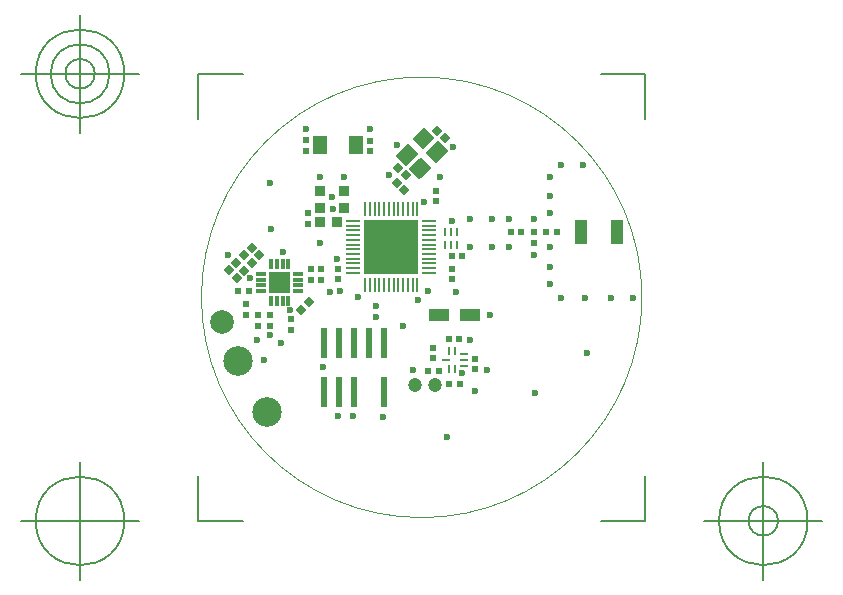
<source format=gbr>
G04 Generated by Ultiboard 13.0 *
%FSLAX34Y34*%
%MOMM*%

%ADD10C,0.0001*%
%ADD11C,0.0010*%
%ADD12C,0.1500*%
%ADD13R,0.6000X0.6000*%
%ADD14C,0.6000*%
%ADD15R,1.8000X1.0000*%
%ADD16P,0.8485X4*%
%ADD17R,0.9000X0.9000*%
%ADD18P,1.6970X4*%
%ADD19R,1.2000X1.6000*%
%ADD20R,0.6000X2.5400*%
%ADD21R,0.9000X0.3000*%
%ADD22R,0.3000X0.9000*%
%ADD23C,2.5000*%
%ADD24R,0.2500X0.8000*%
%ADD25R,1.0000X2.0000*%
%ADD26C,2.0000*%
%ADD27C,1.2000*%
%ADD28O,0.7000X0.2000*%
%ADD29O,0.2000X0.7000*%
%ADD30R,0.2000X1.2000*%
%ADD31R,1.2000X0.2000*%


G04 ColorRGB FF00CC for the following layer *
%LNSolder Mask Top*%
%LPD*%
G54D10*
G54D11*
G36*
X281400Y595800D02*
X281400Y613900D01*
X299500Y613900D01*
X299500Y595800D01*
X281400Y595800D01*
G37*
G36*
X362000Y612000D02*
X362000Y658000D01*
X408000Y658000D01*
X408000Y612000D01*
X362000Y612000D01*
G37*
X224255Y592300D02*
G75*
D01*
G02X224255Y592300I186495J0*
G01*
G54D12*
X221485Y403035D02*
X221485Y440888D01*
X221485Y403035D02*
X259338Y403035D01*
X600015Y403035D02*
X562162Y403035D01*
X600015Y403035D02*
X600015Y440888D01*
X600015Y781565D02*
X600015Y743712D01*
X600015Y781565D02*
X562162Y781565D01*
X221485Y781565D02*
X259338Y781565D01*
X221485Y781565D02*
X221485Y743712D01*
X171485Y403035D02*
X71485Y403035D01*
X121485Y353035D02*
X121485Y453035D01*
X83985Y403035D02*
G75*
D01*
G02X83985Y403035I37500J0*
G01*
X650015Y403035D02*
X750015Y403035D01*
X700015Y353035D02*
X700015Y453035D01*
X662515Y403035D02*
G75*
D01*
G02X662515Y403035I37500J0*
G01*
X687515Y403035D02*
G75*
D01*
G02X687515Y403035I12500J0*
G01*
X171485Y781565D02*
X71485Y781565D01*
X121485Y731565D02*
X121485Y831565D01*
X83985Y781565D02*
G75*
D01*
G02X83985Y781565I37500J0*
G01*
X96485Y781565D02*
G75*
D01*
G02X96485Y781565I25000J0*
G01*
X108985Y781565D02*
G75*
D01*
G02X108985Y781565I12500J0*
G01*
X221485Y403035D02*
X221485Y440888D01*
X221485Y403035D02*
X259338Y403035D01*
X600015Y403035D02*
X562162Y403035D01*
X600015Y403035D02*
X600015Y440888D01*
X600015Y781565D02*
X600015Y743712D01*
X600015Y781565D02*
X562162Y781565D01*
X221485Y781565D02*
X259338Y781565D01*
X221485Y781565D02*
X221485Y743712D01*
X171485Y403035D02*
X71485Y403035D01*
X121485Y353035D02*
X121485Y453035D01*
X83985Y403035D02*
G75*
D01*
G02X83985Y403035I37500J0*
G01*
X650015Y403035D02*
X750015Y403035D01*
X700015Y353035D02*
X700015Y453035D01*
X662515Y403035D02*
G75*
D01*
G02X662515Y403035I37500J0*
G01*
X687515Y403035D02*
G75*
D01*
G02X687515Y403035I12500J0*
G01*
X171485Y781565D02*
X71485Y781565D01*
X121485Y731565D02*
X121485Y831565D01*
X83985Y781565D02*
G75*
D01*
G02X83985Y781565I37500J0*
G01*
X96485Y781565D02*
G75*
D01*
G02X96485Y781565I25000J0*
G01*
X108985Y781565D02*
G75*
D01*
G02X108985Y781565I12500J0*
G01*
G54D13*
X434000Y519250D03*
X443000Y519250D03*
X420750Y540750D03*
X420750Y549750D03*
X456000Y540250D03*
X456000Y531250D03*
X271750Y577250D03*
X271750Y568250D03*
X282250Y568250D03*
X282250Y577250D03*
X299750Y573750D03*
X299750Y564750D03*
X442500Y557000D03*
X433500Y557000D03*
X255250Y597250D03*
X264250Y597250D03*
X340000Y616500D03*
X340000Y607500D03*
X316750Y607250D03*
X316750Y616250D03*
X325750Y607250D03*
X325750Y616250D03*
X436000Y616500D03*
X436000Y607500D03*
X314500Y654500D03*
X314500Y663500D03*
X422500Y682500D03*
X422500Y673500D03*
X367000Y716000D03*
X367000Y725000D03*
X516250Y647250D03*
X525250Y647250D03*
X486000Y647250D03*
X495000Y647250D03*
X505500Y638250D03*
X505500Y647250D03*
X416250Y530250D03*
X425250Y530250D03*
X436000Y627250D03*
X445000Y627250D03*
X262250Y577250D03*
X262250Y586250D03*
X313000Y716250D03*
X313000Y725250D03*
G54D14*
X327000Y533000D03*
X444750Y528500D03*
X372000Y576000D03*
X357000Y593000D03*
X372000Y585000D03*
X416000Y597250D03*
X407500Y590000D03*
X440000Y597000D03*
X265750Y609000D03*
X291000Y605000D03*
X247000Y628000D03*
X292941Y630800D03*
X339000Y624800D03*
X325000Y638000D03*
X336000Y667000D03*
X412900Y672850D03*
X325000Y694000D03*
X345000Y694000D03*
X383000Y696000D03*
X426000Y694000D03*
X390000Y721000D03*
X437000Y720000D03*
X313000Y735000D03*
X367000Y735000D03*
X529000Y592000D03*
X549000Y592000D03*
X571000Y592000D03*
X590000Y592000D03*
X519000Y618000D03*
X519000Y604000D03*
X519000Y664000D03*
X519000Y694000D03*
X519000Y678000D03*
X529000Y704000D03*
X547000Y704000D03*
X551000Y545000D03*
X283000Y650000D03*
X282000Y689000D03*
X506000Y659000D03*
X470000Y659000D03*
X436000Y657000D03*
X452000Y635000D03*
X470000Y635000D03*
X485000Y635000D03*
X519000Y635000D03*
X506000Y628000D03*
X485000Y659000D03*
X335000Y677000D03*
X469000Y577000D03*
X403000Y531000D03*
X340000Y492000D03*
X378000Y491000D03*
X353000Y492000D03*
X507000Y511000D03*
X432000Y474000D03*
X452000Y556000D03*
X395000Y568000D03*
X456000Y513000D03*
X277000Y539000D03*
X342000Y598000D03*
X332800Y597000D03*
X465900Y531000D03*
X271000Y556000D03*
X291950Y553900D03*
X282000Y560000D03*
X452000Y659000D03*
X299100Y581800D03*
X379000Y653000D03*
X391000Y653000D03*
X367000Y653000D03*
X403000Y653000D03*
X367000Y641000D03*
X379000Y641000D03*
X391000Y641000D03*
X403000Y641000D03*
X367000Y629000D03*
X379000Y629000D03*
X391000Y629000D03*
X403000Y629000D03*
X367000Y617000D03*
X379000Y617000D03*
X391000Y617000D03*
X403000Y617000D03*
G54D15*
X425250Y577750D03*
X451250Y577750D03*
G54D16*
X308568Y581818D03*
X314932Y588182D03*
X253932Y621432D03*
X247568Y615068D03*
X267068Y621568D03*
X273432Y627932D03*
X260568Y628068D03*
X266932Y634432D03*
X396182Y682818D03*
X389818Y689182D03*
X397182Y695818D03*
X390818Y702182D03*
X260432Y614932D03*
X254068Y608568D03*
X423818Y733182D03*
X430182Y726818D03*
G54D17*
X325000Y656000D03*
X339000Y656000D03*
X325000Y682000D03*
X325000Y668000D03*
X345000Y682000D03*
X345000Y668000D03*
G54D18*
X410293Y701979D03*
X408879Y700565D03*
X397565Y711879D03*
X398979Y713293D03*
X424435Y716121D03*
X423021Y714707D03*
X411707Y726021D03*
X413121Y727435D03*
G54D19*
X325000Y721000D03*
X355000Y721000D03*
G54D20*
X327750Y512050D03*
X353150Y512050D03*
X340450Y512050D03*
X378550Y512050D03*
X327750Y553450D03*
X340450Y553450D03*
X353150Y553450D03*
X365850Y553450D03*
X378550Y553450D03*
G54D21*
X274972Y597359D03*
X305972Y597359D03*
X274972Y602359D03*
X274972Y607359D03*
X274972Y612359D03*
X305972Y602359D03*
X305972Y612359D03*
X305972Y607359D03*
G54D22*
X282972Y589359D03*
X287972Y589359D03*
X292972Y589359D03*
X297972Y589359D03*
X282972Y620359D03*
X287972Y620359D03*
X292972Y620359D03*
X297972Y620359D03*
G54D23*
X255200Y538700D03*
X279500Y495200D03*
G54D24*
X440750Y636250D03*
X430750Y636250D03*
X435750Y636250D03*
X440750Y647250D03*
X435750Y647250D03*
X430750Y647250D03*
G54D25*
X546000Y647250D03*
X576000Y647250D03*
G54D26*
X242000Y571000D03*
G54D27*
X405300Y518000D03*
X421700Y518000D03*
G54D28*
X431500Y539000D03*
X446500Y539000D03*
X446500Y534000D03*
X446500Y544000D03*
G54D29*
X439000Y531500D03*
X434000Y531500D03*
X439000Y546500D03*
X434000Y546500D03*
G54D30*
X363000Y603000D03*
X367000Y603000D03*
X371000Y603000D03*
X375000Y603000D03*
X379000Y603000D03*
X383000Y603000D03*
X387000Y603000D03*
X391000Y603000D03*
X395000Y603000D03*
X399000Y603000D03*
X403000Y603000D03*
X407000Y603000D03*
X379000Y667000D03*
X363000Y667000D03*
X367000Y667000D03*
X371000Y667000D03*
X375000Y667000D03*
X399000Y667000D03*
X383000Y667000D03*
X387000Y667000D03*
X391000Y667000D03*
X395000Y667000D03*
X403000Y667000D03*
X407000Y667000D03*
G54D31*
X353000Y613000D03*
X353000Y617000D03*
X417000Y613000D03*
X417000Y617000D03*
X353000Y633000D03*
X353000Y629000D03*
X353000Y625000D03*
X353000Y621000D03*
X353000Y637000D03*
X417000Y633000D03*
X417000Y629000D03*
X417000Y625000D03*
X417000Y621000D03*
X417000Y637000D03*
X353000Y653000D03*
X353000Y649000D03*
X353000Y645000D03*
X353000Y641000D03*
X353000Y657000D03*
X417000Y653000D03*
X417000Y649000D03*
X417000Y645000D03*
X417000Y641000D03*
X417000Y657000D03*

M02*

</source>
